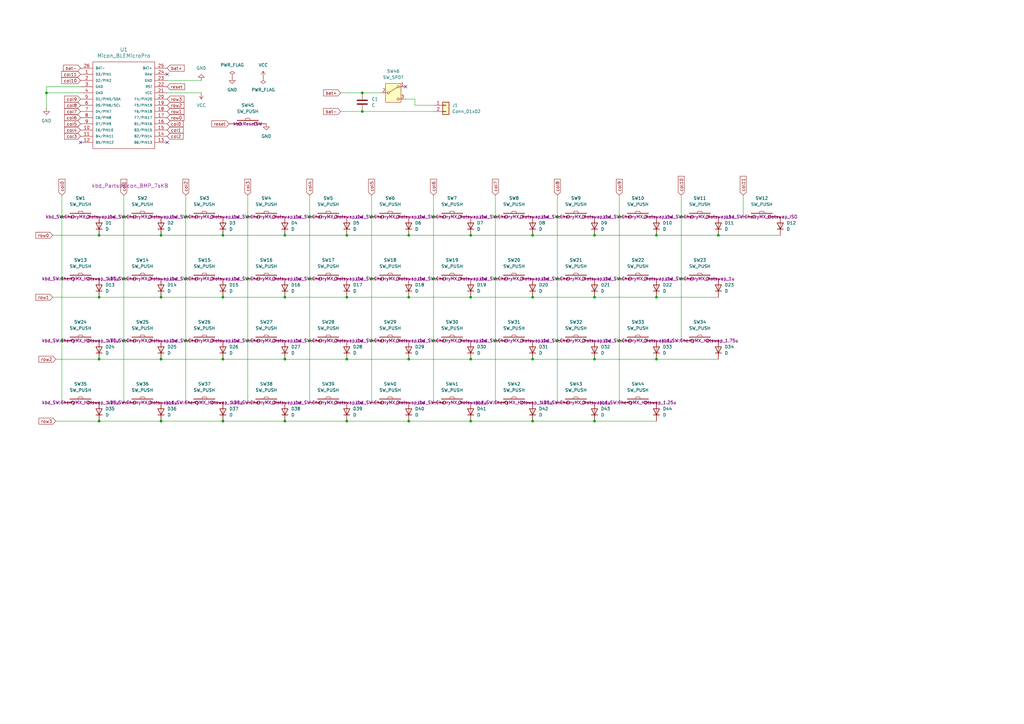
<source format=kicad_sch>
(kicad_sch (version 20231120) (generator "eeschema") (generator_version "8.0")
  (paper "A3")
  (lib_symbols
    (symbol "Connector_Generic:Conn_01x02" (pin_names (offset 1.016) hide)
      (property "Reference" "J" (at 0 2.54 0))
      (property "Value" "Conn_01x02" (at 0 -5.08 0))
      (symbol "Conn_01x02_1_1"
        (rectangle (start -1.27 -2.413) (end 0 -2.667) (stroke (width 0.1524)))
        (rectangle (start -1.27 0.127) (end 0 -0.127) (stroke (width 0.1524)))
        (rectangle (start -1.27 1.27) (end 1.27 -3.81) (stroke (width 0.254)) (fill (type background)))
        (pin passive line (at -5.08 0 0) (length 3.81) (name "Pin_1") (number "1"))
        (pin passive line (at -5.08 -2.54 0) (length 3.81) (name "Pin_2") (number "2"))
      )
    )
    (symbol "Device:C" (pin_numbers hide) (pin_names (offset 0.254))
      (property "Reference" "C" (at 0.635 2.54 0))
      (property "Value" "C" (at 0.635 -2.54 0))
      (symbol "C_0_1"
        (polyline (pts (xy -2.032 -0.762) (xy 2.032 -0.762)) (stroke (width 0.508)))
        (polyline (pts (xy -2.032 0.762) (xy 2.032 0.762)) (stroke (width 0.508)))
      )
      (symbol "C_1_1"
        (pin passive line (at 0 3.81 270) (length 2.794) (name "~") (number "1"))
        (pin passive line (at 0 -3.81 90) (length 2.794) (name "~") (number "2"))
      )
    )
    (symbol "Device:D" (pin_numbers hide) (pin_names (offset 1.016) hide)
      (property "Reference" "D" (at 0 2.54 0))
      (property "Value" "D" (at 0 -2.54 0))
      (symbol "D_0_1"
        (polyline (pts (xy -1.27 1.27) (xy -1.27 -1.27)) (stroke (width 0.254)))
        (polyline (pts (xy 1.27 0) (xy -1.27 0)))
        (polyline (pts (xy 1.27 1.27) (xy 1.27 -1.27) (xy -1.27 0) (xy 1.27 1.27)) (stroke (width 0.254)))
      )
      (symbol "D_1_1"
        (pin passive line (at -3.81 0 0) (length 2.54) (name "K") (number "1"))
        (pin passive line (at 3.81 0 180) (length 2.54) (name "A") (number "2"))
      )
    )
    (symbol "Salicylic_kbd:Micon_BLEMicroPro" (pin_names (offset 1.016))
      (property "Reference" "U" (at 0 26.67 0))
      (property "Value" "Micon_BLEMicroPro" (at 0 -13.97 0))
      (symbol "Micon_BLEMicroPro_0_1"
        (rectangle (start 12.7 24.13) (end -12.7 -11.43))
      )
      (symbol "Micon_BLEMicroPro_1_1"
        (pin bidirectional line (at -17.78 19.05 0) (length 5.08) (name "D3/PIN1") (number "1"))
        (pin bidirectional line (at -17.78 -3.81 0) (length 5.08) (name "E6/PIN10") (number "10"))
        (pin bidirectional line (at -17.78 -6.35 0) (length 5.08) (name "B4/PIN11") (number "11"))
        (pin bidirectional line (at -17.78 -8.89 0) (length 5.08) (name "B5/PIN12") (number "12"))
        (pin bidirectional line (at 17.78 -8.89 180) (length 5.08) (name "B6/PIN13") (number "13"))
        (pin bidirectional line (at 17.78 -6.35 180) (length 5.08) (name "B2/PIN14") (number "14"))
        (pin bidirectional line (at 17.78 -3.81 180) (length 5.08) (name "B3/PIN15") (number "15"))
        (pin bidirectional line (at 17.78 -1.27 180) (length 5.08) (name "B1/PIN16") (number "16"))
        (pin bidirectional line (at 17.78 1.27 180) (length 5.08) (name "F7/PIN17") (number "17"))
        (pin bidirectional line (at 17.78 3.81 180) (length 5.08) (name "F6/PIN18") (number "18"))
        (pin bidirectional line (at 17.78 6.35 180) (length 5.08) (name "F5/PIN19") (number "19"))
        (pin bidirectional line (at -17.78 16.51 0) (length 5.08) (name "D2/PIN2") (number "2"))
        (pin bidirectional line (at 17.78 8.89 180) (length 5.08) (name "F4/PIN20") (number "20"))
        (pin power_in line (at 17.78 11.43 180) (length 5.08) (name "VCC") (number "21"))
        (pin input line (at 17.78 13.97 180) (length 5.08) (name "RST") (number "22"))
        (pin power_in line (at 17.78 16.51 180) (length 5.08) (name "GND") (number "23"))
        (pin power_out line (at 17.78 19.05 180) (length 5.08) (name "RAW") (number "24"))
        (pin input line (at 17.78 21.59 180) (length 5.08) (name "BAT+") (number "25"))
        (pin input line (at -17.78 21.59 0) (length 5.08) (name "BAT-") (number "26"))
        (pin power_in line (at -17.78 13.97 0) (length 5.08) (name "GND") (number "3"))
        (pin power_in line (at -17.78 11.43 0) (length 5.08) (name "GND") (number "4"))
        (pin bidirectional line (at -17.78 8.89 0) (length 5.08) (name "D1/PIN5/SDA") (number "5"))
        (pin bidirectional line (at -17.78 6.35 0) (length 5.08) (name "D0/PIN6/SCL") (number "6"))
        (pin bidirectional line (at -17.78 3.81 0) (length 5.08) (name "D4/PIN7") (number "7"))
        (pin bidirectional line (at -17.78 1.27 0) (length 5.08) (name "C6/PIN8") (number "8"))
        (pin bidirectional line (at -17.78 -1.27 0) (length 5.08) (name "D7/PIN9") (number "9"))
      )
    )
    (symbol "Switch:SW_SPDT" (pin_names (offset 0) hide)
      (property "Reference" "SW" (at 0 5.08 0))
      (property "Value" "SW_SPDT" (at 0 -5.08 0))
      (symbol "SW_SPDT_0_1"
        (circle (center -2.032 0) (radius 0.4572))
        (polyline (pts (xy -1.651 0.254) (xy 1.651 2.286)))
        (circle (center 2.032 -2.54) (radius 0.4572))
        (circle (center 2.032 2.54) (radius 0.4572))
      )
      (symbol "SW_SPDT_1_1"
        (rectangle (start -3.175 3.81) (end 3.175 -3.81) (fill (type background)))
        (pin passive line (at 5.08 2.54 180) (length 2.54) (name "A") (number "1"))
        (pin passive line (at -5.08 0 0) (length 2.54) (name "B") (number "2"))
        (pin passive line (at 5.08 -2.54 180) (length 2.54) (name "C") (number "3"))
      )
    )
    (symbol "kbd:SW_PUSH" (pin_numbers hide) (pin_names (offset 1.016) hide)
      (property "Reference" "SW" (at 3.81 2.794 0))
      (property "Value" "SW_PUSH" (at 0 -2.032 0))
      (symbol "SW_PUSH_0_1"
        (rectangle (start -4.318 1.27) (end 4.318 1.524))
        (polyline (pts (xy -1.016 1.524) (xy -0.762 2.286) (xy 0.762 2.286) (xy 1.016 1.524)))
        (pin passive inverted (at -7.62 0 0) (length 5.08) (name "1") (number "1"))
        (pin passive inverted (at 7.62 0 180) (length 5.08) (name "2") (number "2"))
      )
    )
    (symbol "power:GND" (power) (pin_numbers hide) (pin_names (offset 0) hide)
      (property "Value" "GND" (at 0 -3.81 0))
      (symbol "GND_0_1"
        (polyline (pts (xy 0 0) (xy 0 -1.27) (xy 1.27 -1.27) (xy 0 -2.54) (xy -1.27 -1.27) (xy 0 -1.27)))
      )
      (symbol "GND_1_1"
        (pin power_in line (at 0 0 270) (length 0) (name "~") (number "1"))
      )
    )
    (symbol "power:PWR_FLAG" (power) (pin_numbers hide) (pin_names (offset 0) hide)
      (property "Value" "PWR_FLAG" (at 0 3.81 0))
      (symbol "PWR_FLAG_0_0"
        (pin power_out line (at 0 0 90) (length 0) (name "~") (number "1"))
      )
      (symbol "PWR_FLAG_0_1"
        (polyline (pts (xy 0 0) (xy 0 1.27) (xy -1.016 1.905) (xy 0 2.54) (xy 1.016 1.905) (xy 0 1.27)))
      )
    )
    (symbol "power:VCC" (power) (pin_numbers hide) (pin_names (offset 0) hide)
      (property "Value" "VCC" (at 0 3.556 0))
      (symbol "VCC_0_1"
        (polyline (pts (xy -0.762 1.27) (xy 0 2.54)))
        (polyline (pts (xy 0 0) (xy 0 2.54)))
        (polyline (pts (xy 0 2.54) (xy 0.762 1.27)))
      )
      (symbol "VCC_1_1"
        (pin power_in line (at 0 0 90) (length 0) (name "~") (number "1"))
      )
    )
  )
  (junction (at 218.44 147.32))
  (junction (at 177.8 139.7))
  (junction (at 254 139.7))
  (junction (at 127 88.9))
  (junction (at 40.64 121.92))
  (junction (at 177.8 114.3))
  (junction (at 193.04 147.32))
  (junction (at 76.2 88.9))
  (junction (at 279.4 114.3))
  (junction (at 218.44 96.52))
  (junction (at 152.4 88.9))
  (junction (at 19.05 38.1))
  (junction (at 228.6 139.7))
  (junction (at 243.84 96.52))
  (junction (at 294.64 96.52))
  (junction (at 50.8 139.7))
  (junction (at 167.64 96.52))
  (junction (at 66.04 96.52))
  (junction (at 66.04 172.72))
  (junction (at 167.64 172.72))
  (junction (at 243.84 147.32))
  (junction (at 91.44 172.72))
  (junction (at 228.6 114.3))
  (junction (at 152.4 139.7))
  (junction (at 116.84 121.92))
  (junction (at 218.44 121.92))
  (junction (at 142.24 121.92))
  (junction (at 254 88.9))
  (junction (at 142.24 147.32))
  (junction (at 167.64 147.32))
  (junction (at 40.64 147.32))
  (junction (at 101.6 88.9))
  (junction (at 279.4 88.9))
  (junction (at 218.44 172.72))
  (junction (at 243.84 121.92))
  (junction (at 127 114.3))
  (junction (at 25.4 88.9))
  (junction (at 116.84 96.52))
  (junction (at 40.64 172.72))
  (junction (at 25.4 114.3))
  (junction (at 228.6 88.9))
  (junction (at 243.84 172.72))
  (junction (at 148.59 45.72))
  (junction (at 269.24 96.52))
  (junction (at 193.04 121.92))
  (junction (at 101.6 139.7))
  (junction (at 91.44 96.52))
  (junction (at 254 114.3))
  (junction (at 142.24 96.52))
  (junction (at 148.59 38.1))
  (junction (at 25.4 139.7))
  (junction (at 193.04 172.72))
  (junction (at 66.04 121.92))
  (junction (at 193.04 96.52))
  (junction (at 269.24 121.92))
  (junction (at 116.84 147.32))
  (junction (at 127 139.7))
  (junction (at 50.8 114.3))
  (junction (at 177.8 88.9))
  (junction (at 152.4 114.3))
  (junction (at 116.84 172.72))
  (junction (at 76.2 139.7))
  (junction (at 203.2 88.9))
  (junction (at 76.2 114.3))
  (junction (at 91.44 121.92))
  (junction (at 142.24 172.72))
  (junction (at 269.24 147.32))
  (junction (at 50.8 88.9))
  (junction (at 203.2 139.7))
  (junction (at 91.44 147.32))
  (junction (at 167.64 121.92))
  (junction (at 203.2 114.3))
  (junction (at 101.6 114.3))
  (junction (at 40.64 96.52))
  (junction (at 66.04 147.32))
  (no_connect (at 68.58 58.42))
  (no_connect (at 166.37 35.56))
  (no_connect (at 68.58 30.48))
  (no_connect (at 33.02 58.42))
  (wire (pts (xy 228.6 88.9) (xy 228.6 114.3)))
  (wire (pts (xy 269.24 147.32) (xy 243.84 147.32)))
  (wire (pts (xy 218.44 147.32) (xy 193.04 147.32)))
  (wire (pts (xy 116.84 147.32) (xy 91.44 147.32)))
  (wire (pts (xy 203.2 139.7) (xy 203.2 165.1)))
  (wire (pts (xy 127 88.9) (xy 127 114.3)))
  (wire (pts (xy 66.04 121.92) (xy 91.44 121.92)))
  (wire (pts (xy 254 80.01) (xy 254 88.9)))
  (wire (pts (xy 40.64 172.72) (xy 66.04 172.72)))
  (wire (pts (xy 148.59 38.1) (xy 156.21 38.1)))
  (wire (pts (xy 19.05 35.56) (xy 19.05 38.1)))
  (wire (pts (xy 170.18 43.18) (xy 170.18 40.64)))
  (wire (pts (xy 142.24 121.92) (xy 167.64 121.92)))
  (wire (pts (xy 25.4 139.7) (xy 25.4 165.1)))
  (wire (pts (xy 40.64 121.92) (xy 66.04 121.92)))
  (wire (pts (xy 91.44 172.72) (xy 116.84 172.72)))
  (wire (pts (xy 228.6 80.01) (xy 228.6 88.9)))
  (wire (pts (xy 68.58 33.02) (xy 82.55 33.02)))
  (wire (pts (xy 116.84 96.52) (xy 142.24 96.52)))
  (wire (pts (xy 116.84 172.72) (xy 142.24 172.72)))
  (wire (pts (xy 243.84 121.92) (xy 269.24 121.92)))
  (wire (pts (xy 167.64 121.92) (xy 193.04 121.92)))
  (wire (pts (xy 279.4 80.01) (xy 279.4 88.9)))
  (wire (pts (xy 177.8 80.01) (xy 177.8 88.9)))
  (wire (pts (xy 76.2 80.01) (xy 76.2 88.9)))
  (wire (pts (xy 167.64 147.32) (xy 142.24 147.32)))
  (wire (pts (xy 91.44 147.32) (xy 66.04 147.32)))
  (wire (pts (xy 304.8 80.01) (xy 304.8 88.9)))
  (wire (pts (xy 50.8 139.7) (xy 50.8 165.1)))
  (wire (pts (xy 40.64 147.32) (xy 22.86 147.32)))
  (wire (pts (xy 40.64 96.52) (xy 66.04 96.52)))
  (wire (pts (xy 203.2 88.9) (xy 203.2 114.3)))
  (wire (pts (xy 203.2 114.3) (xy 203.2 139.7)))
  (wire (pts (xy 254 88.9) (xy 254 114.3)))
  (wire (pts (xy 228.6 114.3) (xy 228.6 139.7)))
  (wire (pts (xy 203.2 80.01) (xy 203.2 88.9)))
  (wire (pts (xy 91.44 121.92) (xy 116.84 121.92)))
  (wire (pts (xy 76.2 139.7) (xy 76.2 165.1)))
  (wire (pts (xy 19.05 38.1) (xy 19.05 44.45)))
  (wire (pts (xy 22.86 172.72) (xy 40.64 172.72)))
  (wire (pts (xy 66.04 172.72) (xy 91.44 172.72)))
  (wire (pts (xy 177.8 139.7) (xy 177.8 165.1)))
  (wire (pts (xy 25.4 80.01) (xy 25.4 88.9)))
  (wire (pts (xy 101.6 80.01) (xy 101.6 88.9)))
  (wire (pts (xy 101.6 139.7) (xy 101.6 165.1)))
  (wire (pts (xy 254 114.3) (xy 254 139.7)))
  (wire (pts (xy 76.2 88.9) (xy 76.2 114.3)))
  (wire (pts (xy 142.24 147.32) (xy 116.84 147.32)))
  (wire (pts (xy 139.7 45.72) (xy 148.59 45.72)))
  (wire (pts (xy 177.8 88.9) (xy 177.8 114.3)))
  (wire (pts (xy 152.4 114.3) (xy 152.4 139.7)))
  (wire (pts (xy 243.84 96.52) (xy 269.24 96.52)))
  (wire (pts (xy 91.44 96.52) (xy 116.84 96.52)))
  (wire (pts (xy 25.4 114.3) (xy 25.4 139.7)))
  (wire (pts (xy 68.58 38.1) (xy 82.55 38.1)))
  (wire (pts (xy 21.59 96.52) (xy 40.64 96.52)))
  (wire (pts (xy 116.84 121.92) (xy 142.24 121.92)))
  (wire (pts (xy 142.24 96.52) (xy 167.64 96.52)))
  (wire (pts (xy 218.44 96.52) (xy 243.84 96.52)))
  (wire (pts (xy 101.6 88.9) (xy 101.6 114.3)))
  (wire (pts (xy 142.24 172.72) (xy 167.64 172.72)))
  (wire (pts (xy 243.84 147.32) (xy 218.44 147.32)))
  (wire (pts (xy 279.4 114.3) (xy 279.4 139.7)))
  (wire (pts (xy 170.18 40.64) (xy 166.37 40.64)))
  (wire (pts (xy 218.44 121.92) (xy 243.84 121.92)))
  (wire (pts (xy 243.84 172.72) (xy 269.24 172.72)))
  (wire (pts (xy 193.04 121.92) (xy 218.44 121.92)))
  (wire (pts (xy 294.64 96.52) (xy 320.04 96.52)))
  (wire (pts (xy 127 114.3) (xy 127 139.7)))
  (wire (pts (xy 127 80.01) (xy 127 88.9)))
  (wire (pts (xy 25.4 88.9) (xy 25.4 114.3)))
  (wire (pts (xy 152.4 88.9) (xy 152.4 114.3)))
  (wire (pts (xy 139.7 38.1) (xy 148.59 38.1)))
  (wire (pts (xy 33.02 38.1) (xy 19.05 38.1)))
  (wire (pts (xy 21.59 121.92) (xy 40.64 121.92)))
  (wire (pts (xy 127 139.7) (xy 127 165.1)))
  (wire (pts (xy 66.04 147.32) (xy 40.64 147.32)))
  (wire (pts (xy 193.04 172.72) (xy 218.44 172.72)))
  (wire (pts (xy 269.24 96.52) (xy 294.64 96.52)))
  (wire (pts (xy 279.4 88.9) (xy 279.4 114.3)))
  (wire (pts (xy 228.6 139.7) (xy 228.6 165.1)))
  (wire (pts (xy 66.04 96.52) (xy 91.44 96.52)))
  (wire (pts (xy 193.04 96.52) (xy 218.44 96.52)))
  (wire (pts (xy 148.59 45.72) (xy 177.8 45.72)))
  (wire (pts (xy 193.04 147.32) (xy 167.64 147.32)))
  (wire (pts (xy 254 139.7) (xy 254 165.1)))
  (wire (pts (xy 50.8 80.01) (xy 50.8 88.9)))
  (wire (pts (xy 76.2 114.3) (xy 76.2 139.7)))
  (wire (pts (xy 170.18 43.18) (xy 177.8 43.18)))
  (wire (pts (xy 294.64 147.32) (xy 269.24 147.32)))
  (wire (pts (xy 152.4 80.01) (xy 152.4 88.9)))
  (wire (pts (xy 269.24 121.92) (xy 294.64 121.92)))
  (wire (pts (xy 50.8 88.9) (xy 50.8 114.3)))
  (wire (pts (xy 167.64 172.72) (xy 193.04 172.72)))
  (wire (pts (xy 33.02 35.56) (xy 19.05 35.56)))
  (wire (pts (xy 177.8 114.3) (xy 177.8 139.7)))
  (wire (pts (xy 101.6 114.3) (xy 101.6 139.7)))
  (wire (pts (xy 218.44 172.72) (xy 243.84 172.72)))
  (wire (pts (xy 167.64 96.52) (xy 193.04 96.52)))
  (wire (pts (xy 50.8 114.3) (xy 50.8 139.7)))
  (wire (pts (xy 152.4 139.7) (xy 152.4 165.1)))
  (global_label "col11" (shape input) (at 304.8 80.01 90) (property "Intersheetrefs" "${INTERSHEET_REFS}" (effects (hide yes))))
  (global_label "col1" (shape input) (at 50.8 80.01 90) (property "Intersheetrefs" "${INTERSHEET_REFS}" (effects (hide yes))))
  (global_label "col3" (shape input) (at 101.6 80.01 90) (property "Intersheetrefs" "${INTERSHEET_REFS}" (effects (hide yes))))
  (global_label "col5" (shape input) (at 33.02 50.8 180) (property "Intersheetrefs" "${INTERSHEET_REFS}" (effects (hide yes))))
  (global_label "col9" (shape input) (at 254 80.01 90) (property "Intersheetrefs" "${INTERSHEET_REFS}" (effects (hide yes))))
  (global_label "col0" (shape input) (at 68.58 50.8 0) (property "Intersheetrefs" "${INTERSHEET_REFS}" (effects (hide yes))))
  (global_label "col0" (shape input) (at 25.4 80.01 90) (property "Intersheetrefs" "${INTERSHEET_REFS}" (effects (hide yes))))
  (global_label "col4" (shape input) (at 127 80.01 90) (property "Intersheetrefs" "${INTERSHEET_REFS}" (effects (hide yes))))
  (global_label "row3" (shape input) (at 68.58 40.64 0) (property "Intersheetrefs" "${INTERSHEET_REFS}" (effects (hide yes))))
  (global_label "bat-" (shape input) (at 139.7 45.72 180) (property "Intersheetrefs" "${INTERSHEET_REFS}" (effects (hide yes))))
  (global_label "col10" (shape input) (at 279.4 80.01 90) (property "Intersheetrefs" "${INTERSHEET_REFS}" (effects (hide yes))))
  (global_label "reset" (shape input) (at 68.58 35.56 0) (property "Intersheetrefs" "${INTERSHEET_REFS}" (effects (hide yes))))
  (global_label "col8" (shape input) (at 228.6 80.01 90) (property "Intersheetrefs" "${INTERSHEET_REFS}" (effects (hide yes))))
  (global_label "bat+" (shape input) (at 68.58 27.94 0) (property "Intersheetrefs" "${INTERSHEET_REFS}" (effects (hide yes))))
  (global_label "row1" (shape input) (at 21.59 121.92 180) (property "Intersheetrefs" "${INTERSHEET_REFS}" (effects (hide yes))))
  (global_label "col5" (shape input) (at 152.4 80.01 90) (property "Intersheetrefs" "${INTERSHEET_REFS}" (effects (hide yes))))
  (global_label "row0" (shape input) (at 21.59 96.52 180) (property "Intersheetrefs" "${INTERSHEET_REFS}" (effects (hide yes))))
  (global_label "row3" (shape input) (at 22.86 172.72 180) (property "Intersheetrefs" "${INTERSHEET_REFS}" (effects (hide yes))))
  (global_label "row0" (shape input) (at 68.58 48.26 0) (property "Intersheetrefs" "${INTERSHEET_REFS}" (effects (hide yes))))
  (global_label "col9" (shape input) (at 33.02 40.64 180) (property "Intersheetrefs" "${INTERSHEET_REFS}" (effects (hide yes))))
  (global_label "bat-" (shape input) (at 33.02 27.94 180) (property "Intersheetrefs" "${INTERSHEET_REFS}" (effects (hide yes))))
  (global_label "col2" (shape input) (at 76.2 80.01 90) (property "Intersheetrefs" "${INTERSHEET_REFS}" (effects (hide yes))))
  (global_label "col11" (shape input) (at 33.02 30.48 180) (property "Intersheetrefs" "${INTERSHEET_REFS}" (effects (hide yes))))
  (global_label "row2" (shape input) (at 22.86 147.32 180) (property "Intersheetrefs" "${INTERSHEET_REFS}" (effects (hide yes))))
  (global_label "row2" (shape input) (at 68.58 43.18 0) (property "Intersheetrefs" "${INTERSHEET_REFS}" (effects (hide yes))))
  (global_label "col7" (shape input) (at 203.2 80.01 90) (property "Intersheetrefs" "${INTERSHEET_REFS}" (effects (hide yes))))
  (global_label "col8" (shape input) (at 33.02 43.18 180) (property "Intersheetrefs" "${INTERSHEET_REFS}" (effects (hide yes))))
  (global_label "col1" (shape input) (at 68.58 53.34 0) (property "Intersheetrefs" "${INTERSHEET_REFS}" (effects (hide yes))))
  (global_label "col7" (shape input) (at 33.02 45.72 180) (property "Intersheetrefs" "${INTERSHEET_REFS}" (effects (hide yes))))
  (global_label "col2" (shape input) (at 68.58 55.88 0) (property "Intersheetrefs" "${INTERSHEET_REFS}" (effects (hide yes))))
  (global_label "col6" (shape input) (at 33.02 48.26 180) (property "Intersheetrefs" "${INTERSHEET_REFS}" (effects (hide yes))))
  (global_label "col3" (shape input) (at 33.02 55.88 180) (property "Intersheetrefs" "${INTERSHEET_REFS}" (effects (hide yes))))
  (global_label "col4" (shape input) (at 33.02 53.34 180) (property "Intersheetrefs" "${INTERSHEET_REFS}" (effects (hide yes))))
  (global_label "bat+" (shape input) (at 139.7 38.1 180) (property "Intersheetrefs" "${INTERSHEET_REFS}" (effects (hide yes))))
  (global_label "reset" (shape input) (at 93.98 50.8 180) (property "Intersheetrefs" "${INTERSHEET_REFS}" (effects (hide yes))))
  (global_label "col6" (shape input) (at 177.8 80.01 90) (property "Intersheetrefs" "${INTERSHEET_REFS}" (effects (hide yes))))
  (global_label "row1" (shape input) (at 68.58 45.72 0) (property "Intersheetrefs" "${INTERSHEET_REFS}" (effects (hide yes))))
  (global_label "col10" (shape input) (at 33.02 33.02 180) (property "Intersheetrefs" "${INTERSHEET_REFS}" (effects (hide yes))))
  (symbol (lib_id "kbd:SW_PUSH") (at 58.42 114.3 0) (unit 1)
    (property "Reference" "SW14" (at 58.42 106.68 0))
    (property "Value" "SW_PUSH" (at 58.42 109.22 0))
    (property "Footprint" "kbd_SW:CherryMX_Hotswap_1u" (at 58.42 114.3 0))
  )
  (symbol (lib_id "Connector_Generic:Conn_01x02") (at 182.88 43.18 0) (unit 1)
    (property "Reference" "J1" (at 185.42 43.1799 0) (effects (justify left)))
    (property "Value" "Conn_01x02" (at 185.42 45.7199 0) (effects (justify left)))
    (property "Footprint" "kbd_Parts:Battery_BMP_2pin" (effects (hide yes)))
    (property "Description" "Generic connector, single row, 01x02, script generated (kicad-library-utils/schlib/autogen/connector/)" (effects (hide yes)))
  )
  (symbol (lib_id "kbd:SW_PUSH") (at 134.62 114.3 0) (unit 1)
    (property "Reference" "SW17" (at 134.62 106.68 0))
    (property "Value" "SW_PUSH" (at 134.62 109.22 0))
    (property "Footprint" "kbd_SW:CherryMX_Hotswap_1u" (at 134.62 114.3 0))
  )
  (symbol (lib_id "kbd:SW_PUSH") (at 83.82 139.7 0) (unit 1)
    (property "Reference" "SW26" (at 83.82 132.08 0))
    (property "Value" "SW_PUSH" (at 83.82 134.62 0))
    (property "Footprint" "kbd_SW:CherryMX_Hotswap_1u" (at 83.82 139.7 0))
  )
  (symbol (lib_id "power:GND") (at 19.05 44.45 0) (unit 1)
    (property "Reference" "#PWR02" (effects (hide yes)))
    (property "Value" "GND" (at 19.05 49.53 0))
    (property "Description" "Power symbol creates a global label with name \"GND\" , ground" (effects (hide yes)))
  )
  (symbol (lib_id "power:GND") (at 109.22 50.8 0) (unit 1)
    (property "Reference" "#PWR06" (effects (hide yes)))
    (property "Value" "GND" (at 109.22 55.88 0))
    (property "Description" "Power symbol creates a global label with name \"GND\" , ground" (effects (hide yes)))
  )
  (symbol (lib_id "kbd:SW_PUSH") (at 261.62 114.3 0) (unit 1)
    (property "Reference" "SW22" (at 261.62 106.68 0))
    (property "Value" "SW_PUSH" (at 261.62 109.22 0))
    (property "Footprint" "kbd_SW:CherryMX_Hotswap_1u" (at 261.62 114.3 0))
  )
  (symbol (lib_id "kbd:SW_PUSH") (at 210.82 88.9 0) (unit 1)
    (property "Reference" "SW8" (at 210.82 81.28 0))
    (property "Value" "SW_PUSH" (at 210.82 83.82 0))
    (property "Footprint" "kbd_SW:CherryMX_Hotswap_1u" (at 210.82 88.9 0))
  )
  (symbol (lib_id "kbd:SW_PUSH") (at 287.02 114.3 0) (unit 1)
    (property "Reference" "SW23" (at 287.02 106.68 0))
    (property "Value" "SW_PUSH" (at 287.02 109.22 0))
    (property "Footprint" "kbd_SW:CherryMX_Hotswap_1u" (at 287.02 114.3 0))
  )
  (symbol (lib_id "Device:C") (at 148.59 41.91 0) (unit 1)
    (property "Reference" "C1" (at 152.4 40.6399 0) (effects (justify left)))
    (property "Value" "C" (at 152.4 43.1799 0) (effects (justify left)))
    (property "Footprint" "kbd_Parts:Capacitor_1206" (effects (hide yes)))
    (property "Description" "Unpolarized capacitor" (effects (hide yes)))
  )
  (symbol (lib_id "kbd:SW_PUSH") (at 160.02 165.1 0) (unit 1)
    (property "Reference" "SW40" (at 160.02 157.48 0))
    (property "Value" "SW_PUSH" (at 160.02 160.02 0))
    (property "Footprint" "kbd_SW:CherryMX_Hotswap_1u" (at 160.02 165.1 0))
  )
  (symbol (lib_id "kbd:SW_PUSH") (at 160.02 88.9 0) (unit 1)
    (property "Reference" "SW6" (at 160.02 81.28 0))
    (property "Value" "SW_PUSH" (at 160.02 83.82 0))
    (property "Footprint" "kbd_SW:CherryMX_Hotswap_1u" (at 160.02 88.9 0))
  )
  (symbol (lib_id "kbd:SW_PUSH") (at 312.42 88.9 0) (unit 1)
    (property "Reference" "SW12" (at 312.42 81.28 0))
    (property "Value" "SW_PUSH" (at 312.42 83.82 0))
    (property "Footprint" "kbd_SW:CherryMX_Hotswap_ISO" (at 312.42 88.9 0))
  )
  (symbol (lib_id "kbd:SW_PUSH") (at 160.02 114.3 0) (unit 1)
    (property "Reference" "SW18" (at 160.02 106.68 0))
    (property "Value" "SW_PUSH" (at 160.02 109.22 0))
    (property "Footprint" "kbd_SW:CherryMX_Hotswap_1u" (at 160.02 114.3 0))
  )
  (symbol (lib_id "kbd:SW_PUSH") (at 109.22 165.1 0) (unit 1)
    (property "Reference" "SW38" (at 109.22 157.48 0))
    (property "Value" "SW_PUSH" (at 109.22 160.02 0))
    (property "Footprint" "kbd_SW:CherryMX_Hotswap_1u" (at 109.22 165.1 0))
  )
  (symbol (lib_id "Device:D") (at 218.44 92.71 90) (unit 1)
    (property "Reference" "D8" (at 220.98 91.4399 90) (effects (justify right)))
    (property "Value" "D" (at 220.98 93.9799 90) (effects (justify right)))
    (property "Footprint" "kbd_Parts:Diode_SMD" (effects (hide yes)))
    (property "Description" "Diode" (effects (hide yes)))
    (property "Sim.Device" "D" (effects (hide yes)))
    (property "Sim.Pins" "1=K 2=A" (effects (hide yes)))
  )
  (symbol (lib_id "Device:D") (at 269.24 168.91 90) (unit 1)
    (property "Reference" "D44" (at 271.78 167.6399 90) (effects (justify right)))
    (property "Value" "D" (at 271.78 170.1799 90) (effects (justify right)))
    (property "Footprint" "kbd_Parts:Diode_SMD" (effects (hide yes)))
    (property "Description" "Diode" (effects (hide yes)))
    (property "Sim.Device" "D" (effects (hide yes)))
    (property "Sim.Pins" "1=K 2=A" (effects (hide yes)))
  )
  (symbol (lib_id "Device:D") (at 218.44 168.91 90) (unit 1)
    (property "Reference" "D42" (at 220.98 167.6399 90) (effects (justify right)))
    (property "Value" "D" (at 220.98 170.1799 90) (effects (justify right)))
    (property "Footprint" "kbd_Parts:Diode_SMD" (effects (hide yes)))
    (property "Description" "Diode" (effects (hide yes)))
    (property "Sim.Device" "D" (effects (hide yes)))
    (property "Sim.Pins" "1=K 2=A" (effects (hide yes)))
  )
  (symbol (lib_id "kbd:SW_PUSH") (at 261.62 165.1 0) (unit 1)
    (property "Reference" "SW44" (at 261.62 157.48 0))
    (property "Value" "SW_PUSH" (at 261.62 160.02 0))
    (property "Footprint" "kbd_SW:CherryMX_Hotswap_1.25u" (at 261.62 165.1 0))
  )
  (symbol (lib_id "Device:D") (at 167.64 92.71 90) (unit 1)
    (property "Reference" "D6" (at 170.18 91.4399 90) (effects (justify right)))
    (property "Value" "D" (at 170.18 93.9799 90) (effects (justify right)))
    (property "Footprint" "kbd_Parts:Diode_SMD" (effects (hide yes)))
    (property "Description" "Diode" (effects (hide yes)))
    (property "Sim.Device" "D" (effects (hide yes)))
    (property "Sim.Pins" "1=K 2=A" (effects (hide yes)))
  )
  (symbol (lib_id "kbd:SW_PUSH") (at 83.82 165.1 0) (unit 1)
    (property "Reference" "SW37" (at 83.82 157.48 0))
    (property "Value" "SW_PUSH" (at 83.82 160.02 0))
    (property "Footprint" "kbd_SW:CherryMX_Hotswap_1.25u" (at 83.82 165.1 0))
  )
  (symbol (lib_id "Device:D") (at 294.64 92.71 90) (unit 1)
    (property "Reference" "D11" (at 297.18 91.4399 90) (effects (justify right)))
    (property "Value" "D" (at 297.18 93.9799 90) (effects (justify right)))
    (property "Footprint" "kbd_Parts:Diode_SMD" (effects (hide yes)))
    (property "Description" "Diode" (effects (hide yes)))
    (property "Sim.Device" "D" (effects (hide yes)))
    (property "Sim.Pins" "1=K 2=A" (effects (hide yes)))
  )
  (symbol (lib_id "Device:D") (at 269.24 92.71 90) (unit 1)
    (property "Reference" "D10" (at 271.78 91.4399 90) (effects (justify right)))
    (property "Value" "D" (at 271.78 93.9799 90) (effects (justify right)))
    (property "Footprint" "kbd_Parts:Diode_SMD" (effects (hide yes)))
    (property "Description" "Diode" (effects (hide yes)))
    (property "Sim.Device" "D" (effects (hide yes)))
    (property "Sim.Pins" "1=K 2=A" (effects (hide yes)))
  )
  (symbol (lib_id "Device:D") (at 116.84 143.51 90) (unit 1)
    (property "Reference" "D27" (at 119.38 142.2399 90) (effects (justify right)))
    (property "Value" "D" (at 119.38 144.7799 90) (effects (justify right)))
    (property "Footprint" "kbd_Parts:Diode_SMD" (effects (hide yes)))
    (property "Description" "Diode" (effects (hide yes)))
    (property "Sim.Device" "D" (effects (hide yes)))
    (property "Sim.Pins" "1=K 2=A" (effects (hide yes)))
  )
  (symbol (lib_id "kbd:SW_PUSH") (at 160.02 139.7 0) (unit 1)
    (property "Reference" "SW29" (at 160.02 132.08 0))
    (property "Value" "SW_PUSH" (at 160.02 134.62 0))
    (property "Footprint" "kbd_SW:CherryMX_Hotswap_1u" (at 160.02 139.7 0))
  )
  (symbol (lib_id "power:PWR_FLAG") (at 95.25 31.75 0) (unit 1)
    (property "Reference" "#FLG02" (effects (hide yes)))
    (property "Value" "PWR_FLAG" (at 95.25 26.67 0))
    (property "Description" "Special symbol for telling ERC where power comes from" (effects (hide yes)))
  )
  (symbol (lib_id "kbd:SW_PUSH") (at 261.62 88.9 0) (unit 1)
    (property "Reference" "SW10" (at 261.62 81.28 0))
    (property "Value" "SW_PUSH" (at 261.62 83.82 0))
    (property "Footprint" "kbd_SW:CherryMX_Hotswap_1u" (at 261.62 88.9 0))
  )
  (symbol (lib_id "power:GND") (at 82.55 33.02 180) (unit 1)
    (property "Reference" "#PWR03" (effects (hide yes)))
    (property "Value" "GND" (at 82.55 27.94 0))
    (property "Description" "Power symbol creates a global label with name \"GND\" , ground" (effects (hide yes)))
  )
  (symbol (lib_id "kbd:SW_PUSH") (at 83.82 114.3 0) (unit 1)
    (property "Reference" "SW15" (at 83.82 106.68 0))
    (property "Value" "SW_PUSH" (at 83.82 109.22 0))
    (property "Footprint" "kbd_SW:CherryMX_Hotswap_1u" (at 83.82 114.3 0))
  )
  (symbol (lib_id "Device:D") (at 40.64 92.71 90) (unit 1)
    (property "Reference" "D1" (at 43.18 91.4399 90) (effects (justify right)))
    (property "Value" "D" (at 43.18 93.9799 90) (effects (justify right)))
    (property "Footprint" "kbd_Parts:Diode_SMD" (effects (hide yes)))
    (property "Description" "Diode" (effects (hide yes)))
    (property "Sim.Device" "D" (effects (hide yes)))
    (property "Sim.Pins" "1=K 2=A" (effects (hide yes)))
  )
  (symbol (lib_id "Device:D") (at 116.84 168.91 90) (unit 1)
    (property "Reference" "D38" (at 119.38 167.6399 90) (effects (justify right)))
    (property "Value" "D" (at 119.38 170.1799 90) (effects (justify right)))
    (property "Footprint" "kbd_Parts:Diode_SMD" (effects (hide yes)))
    (property "Description" "Diode" (effects (hide yes)))
    (property "Sim.Device" "D" (effects (hide yes)))
    (property "Sim.Pins" "1=K 2=A" (effects (hide yes)))
  )
  (symbol (lib_id "kbd:SW_PUSH") (at 33.02 165.1 0) (unit 1)
    (property "Reference" "SW35" (at 33.02 157.48 0))
    (property "Value" "SW_PUSH" (at 33.02 160.02 0))
    (property "Footprint" "kbd_SW:CherryMX_Hotswap_1.25u" (at 33.02 165.1 0))
  )
  (symbol (lib_id "kbd:SW_PUSH") (at 185.42 165.1 0) (unit 1)
    (property "Reference" "SW41" (at 185.42 157.48 0))
    (property "Value" "SW_PUSH" (at 185.42 160.02 0))
    (property "Footprint" "kbd_SW:CherryMX_Hotswap_1u" (at 185.42 165.1 0))
  )
  (symbol (lib_id "Device:D") (at 40.64 168.91 90) (unit 1)
    (property "Reference" "D35" (at 43.18 167.6399 90) (effects (justify right)))
    (property "Value" "D" (at 43.18 170.1799 90) (effects (justify right)))
    (property "Footprint" "kbd_Parts:Diode_SMD" (effects (hide yes)))
    (property "Description" "Diode" (effects (hide yes)))
    (property "Sim.Device" "D" (effects (hide yes)))
    (property "Sim.Pins" "1=K 2=A" (effects (hide yes)))
  )
  (symbol (lib_id "kbd:SW_PUSH") (at 236.22 88.9 0) (unit 1)
    (property "Reference" "SW9" (at 236.22 81.28 0))
    (property "Value" "SW_PUSH" (at 236.22 83.82 0))
    (property "Footprint" "kbd_SW:CherryMX_Hotswap_1u" (at 236.22 88.9 0))
  )
  (symbol (lib_id "kbd:SW_PUSH") (at 101.6 50.8 0) (unit 1)
    (property "Reference" "SW45" (at 101.6 43.18 0))
    (property "Value" "SW_PUSH" (at 101.6 45.72 0))
    (property "Footprint" "kbd:ResetSW" (at 101.6 50.8 0))
  )
  (symbol (lib_id "Device:D") (at 66.04 92.71 90) (unit 1)
    (property "Reference" "D2" (at 68.58 91.4399 90) (effects (justify right)))
    (property "Value" "D" (at 68.58 93.9799 90) (effects (justify right)))
    (property "Footprint" "kbd_Parts:Diode_SMD" (effects (hide yes)))
    (property "Description" "Diode" (effects (hide yes)))
    (property "Sim.Device" "D" (effects (hide yes)))
    (property "Sim.Pins" "1=K 2=A" (effects (hide yes)))
  )
  (symbol (lib_id "Device:D") (at 91.44 118.11 90) (unit 1)
    (property "Reference" "D15" (at 93.98 116.8399 90) (effects (justify right)))
    (property "Value" "D" (at 93.98 119.3799 90) (effects (justify right)))
    (property "Footprint" "kbd_Parts:Diode_SMD" (effects (hide yes)))
    (property "Description" "Diode" (effects (hide yes)))
    (property "Sim.Device" "D" (effects (hide yes)))
    (property "Sim.Pins" "1=K 2=A" (effects (hide yes)))
  )
  (symbol (lib_id "kbd:SW_PUSH") (at 109.22 88.9 0) (unit 1)
    (property "Reference" "SW4" (at 109.22 81.28 0))
    (property "Value" "SW_PUSH" (at 109.22 83.82 0))
    (property "Footprint" "kbd_SW:CherryMX_Hotswap_1u" (at 109.22 88.9 0))
  )
  (symbol (lib_id "power:VCC") (at 107.95 31.75 0) (unit 1)
    (property "Reference" "#PWR05" (effects (hide yes)))
    (property "Value" "VCC" (at 107.95 26.67 0))
    (property "Description" "Power symbol creates a global label with name \"VCC\"" (effects (hide yes)))
  )
  (symbol (lib_id "Device:D") (at 218.44 118.11 90) (unit 1)
    (property "Reference" "D20" (at 220.98 116.8399 90) (effects (justify right)))
    (property "Value" "D" (at 220.98 119.3799 90) (effects (justify right)))
    (property "Footprint" "kbd_Parts:Diode_SMD" (effects (hide yes)))
    (property "Description" "Diode" (effects (hide yes)))
    (property "Sim.Device" "D" (effects (hide yes)))
    (property "Sim.Pins" "1=K 2=A" (effects (hide yes)))
  )
  (symbol (lib_id "kbd:SW_PUSH") (at 134.62 139.7 0) (unit 1)
    (property "Reference" "SW28" (at 134.62 132.08 0))
    (property "Value" "SW_PUSH" (at 134.62 134.62 0))
    (property "Footprint" "kbd_SW:CherryMX_Hotswap_1u" (at 134.62 139.7 0))
  )
  (symbol (lib_id "Device:D") (at 167.64 143.51 90) (unit 1)
    (property "Reference" "D29" (at 170.18 142.2399 90) (effects (justify right)))
    (property "Value" "D" (at 170.18 144.7799 90) (effects (justify right)))
    (property "Footprint" "kbd_Parts:Diode_SMD" (effects (hide yes)))
    (property "Description" "Diode" (effects (hide yes)))
    (property "Sim.Device" "D" (effects (hide yes)))
    (property "Sim.Pins" "1=K 2=A" (effects (hide yes)))
  )
  (symbol (lib_id "Device:D") (at 142.24 143.51 90) (unit 1)
    (property "Reference" "D28" (at 144.78 142.2399 90) (effects (justify right)))
    (property "Value" "D" (at 144.78 144.7799 90) (effects (justify right)))
    (property "Footprint" "kbd_Parts:Diode_SMD" (effects (hide yes)))
    (property "Description" "Diode" (effects (hide yes)))
    (property "Sim.Device" "D" (effects (hide yes)))
    (property "Sim.Pins" "1=K 2=A" (effects (hide yes)))
  )
  (symbol (lib_id "Device:D") (at 40.64 143.51 90) (unit 1)
    (property "Reference" "D24" (at 43.18 142.2399 90) (effects (justify right)))
    (property "Value" "D" (at 43.18 144.7799 90) (effects (justify right)))
    (property "Footprint" "kbd_Parts:Diode_SMD" (effects (hide yes)))
    (property "Description" "Diode" (effects (hide yes)))
    (property "Sim.Device" "D" (effects (hide yes)))
    (property "Sim.Pins" "1=K 2=A" (effects (hide yes)))
  )
  (symbol (lib_id "kbd:SW_PUSH") (at 287.02 88.9 0) (unit 1)
    (property "Reference" "SW11" (at 287.02 81.28 0))
    (property "Value" "SW_PUSH" (at 287.02 83.82 0))
    (property "Footprint" "kbd_SW:CherryMX_Hotswap_1u" (at 287.02 88.9 0))
  )
  (symbol (lib_id "kbd:SW_PUSH") (at 210.82 165.1 0) (unit 1)
    (property "Reference" "SW42" (at 210.82 157.48 0))
    (property "Value" "SW_PUSH" (at 210.82 160.02 0))
    (property "Footprint" "kbd_SW:CherryMX_Hotswap_1.25u" (at 210.82 165.1 0))
  )
  (symbol (lib_id "kbd:SW_PUSH") (at 33.02 88.9 0) (unit 1)
    (property "Reference" "SW1" (at 33.02 81.28 0))
    (property "Value" "SW_PUSH" (at 33.02 83.82 0))
    (property "Footprint" "kbd_SW:CherryMX_Hotswap_1u" (at 33.02 88.9 0))
  )
  (symbol (lib_id "kbd:SW_PUSH") (at 58.42 139.7 0) (unit 1)
    (property "Reference" "SW25" (at 58.42 132.08 0))
    (property "Value" "SW_PUSH" (at 58.42 134.62 0))
    (property "Footprint" "kbd_SW:CherryMX_Hotswap_1u" (at 58.42 139.7 0))
  )
  (symbol (lib_id "Device:D") (at 193.04 118.11 90) (unit 1)
    (property "Reference" "D19" (at 195.58 116.8399 90) (effects (justify right)))
    (property "Value" "D" (at 195.58 119.3799 90) (effects (justify right)))
    (property "Footprint" "kbd_Parts:Diode_SMD" (effects (hide yes)))
    (property "Description" "Diode" (effects (hide yes)))
    (property "Sim.Device" "D" (effects (hide yes)))
    (property "Sim.Pins" "1=K 2=A" (effects (hide yes)))
  )
  (symbol (lib_id "Device:D") (at 167.64 168.91 90) (unit 1)
    (property "Reference" "D40" (at 170.18 167.6399 90) (effects (justify right)))
    (property "Value" "D" (at 170.18 170.1799 90) (effects (justify right)))
    (property "Footprint" "kbd_Parts:Diode_SMD" (effects (hide yes)))
    (property "Description" "Diode" (effects (hide yes)))
    (property "Sim.Device" "D" (effects (hide yes)))
    (property "Sim.Pins" "1=K 2=A" (effects (hide yes)))
  )
  (symbol (lib_id "Device:D") (at 66.04 118.11 90) (unit 1)
    (property "Reference" "D14" (at 68.58 116.8399 90) (effects (justify right)))
    (property "Value" "D" (at 68.58 119.3799 90) (effects (justify right)))
    (property "Footprint" "kbd_Parts:Diode_SMD" (effects (hide yes)))
    (property "Description" "Diode" (effects (hide yes)))
    (property "Sim.Device" "D" (effects (hide yes)))
    (property "Sim.Pins" "1=K 2=A" (effects (hide yes)))
  )
  (symbol (lib_id "Device:D") (at 142.24 168.91 90) (unit 1)
    (property "Reference" "D39" (at 144.78 167.6399 90) (effects (justify right)))
    (property "Value" "D" (at 144.78 170.1799 90) (effects (justify right)))
    (property "Footprint" "kbd_Parts:Diode_SMD" (effects (hide yes)))
    (property "Description" "Diode" (effects (hide yes)))
    (property "Sim.Device" "D" (effects (hide yes)))
    (property "Sim.Pins" "1=K 2=A" (effects (hide yes)))
  )
  (symbol (lib_id "Switch:SW_SPDT") (at 161.29 38.1 0) (unit 1)
    (property "Reference" "SW46" (at 161.29 29.21 0))
    (property "Value" "SW_SPDT" (at 161.29 31.75 0))
    (property "Footprint" "askey:Slide Switch - SS-12D00-G5" (effects (hide yes)))
    (property "Description" "Switch, single pole double throw" (effects (hide yes)))
  )
  (symbol (lib_id "kbd:SW_PUSH") (at 185.42 139.7 0) (unit 1)
    (property "Reference" "SW30" (at 185.42 132.08 0))
    (property "Value" "SW_PUSH" (at 185.42 134.62 0))
    (property "Footprint" "kbd_SW:CherryMX_Hotswap_1u" (at 185.42 139.7 0))
  )
  (symbol (lib_id "Device:D") (at 91.44 168.91 90) (unit 1)
    (property "Reference" "D37" (at 93.98 167.6399 90) (effects (justify right)))
    (property "Value" "D" (at 93.98 170.1799 90) (effects (justify right)))
    (property "Footprint" "kbd_Parts:Diode_SMD" (effects (hide yes)))
    (property "Description" "Diode" (effects (hide yes)))
    (property "Sim.Device" "D" (effects (hide yes)))
    (property "Sim.Pins" "1=K 2=A" (effects (hide yes)))
  )
  (symbol (lib_id "Salicylic_kbd:Micon_BLEMicroPro") (at 50.8 49.53 0) (unit 1)
    (property "Reference" "U1" (at 50.8 20.32 0) (effects (font (size 1.524 1.524))))
    (property "Value" "Micon_BLEMicroPro" (at 50.8 22.86 0) (effects (font (size 1.524 1.524))))
    (property "Footprint" "kbd_Parts:Micon_BMP_7sKB" (at 53.34 76.2 0) (effects (font (size 1.524 1.524))))
  )
  (symbol (lib_id "Device:D") (at 91.44 143.51 90) (unit 1)
    (property "Reference" "D26" (at 93.98 142.2399 90) (effects (justify right)))
    (property "Value" "D" (at 93.98 144.7799 90) (effects (justify right)))
    (property "Footprint" "kbd_Parts:Diode_SMD" (effects (hide yes)))
    (property "Description" "Diode" (effects (hide yes)))
    (property "Sim.Device" "D" (effects (hide yes)))
    (property "Sim.Pins" "1=K 2=A" (effects (hide yes)))
  )
  (symbol (lib_id "kbd:SW_PUSH") (at 210.82 139.7 0) (unit 1)
    (property "Reference" "SW31" (at 210.82 132.08 0))
    (property "Value" "SW_PUSH" (at 210.82 134.62 0))
    (property "Footprint" "kbd_SW:CherryMX_Hotswap_1u" (at 210.82 139.7 0))
  )
  (symbol (lib_id "Device:D") (at 243.84 143.51 90) (unit 1)
    (property "Reference" "D32" (at 246.38 142.2399 90) (effects (justify right)))
    (property "Value" "D" (at 246.38 144.7799 90) (effects (justify right)))
    (property "Footprint" "kbd_Parts:Diode_SMD" (effects (hide yes)))
    (property "Description" "Diode" (effects (hide yes)))
    (property "Sim.Device" "D" (effects (hide yes)))
    (property "Sim.Pins" "1=K 2=A" (effects (hide yes)))
  )
  (symbol (lib_id "kbd:SW_PUSH") (at 185.42 114.3 0) (unit 1)
    (property "Reference" "SW19" (at 185.42 106.68 0))
    (property "Value" "SW_PUSH" (at 185.42 109.22 0))
    (property "Footprint" "kbd_SW:CherryMX_Hotswap_1u" (at 185.42 114.3 0))
  )
  (symbol (lib_id "Device:D") (at 193.04 92.71 90) (unit 1)
    (property "Reference" "D7" (at 195.58 91.4399 90) (effects (justify right)))
    (property "Value" "D" (at 195.58 93.9799 90) (effects (justify right)))
    (property "Footprint" "kbd_Parts:Diode_SMD" (effects (hide yes)))
    (property "Description" "Diode" (effects (hide yes)))
    (property "Sim.Device" "D" (effects (hide yes)))
    (property "Sim.Pins" "1=K 2=A" (effects (hide yes)))
  )
  (symbol (lib_id "Device:D") (at 218.44 143.51 90) (unit 1)
    (property "Reference" "D31" (at 220.98 142.2399 90) (effects (justify right)))
    (property "Value" "D" (at 220.98 144.7799 90) (effects (justify right)))
    (property "Footprint" "kbd_Parts:Diode_SMD" (effects (hide yes)))
    (property "Description" "Diode" (effects (hide yes)))
    (property "Sim.Device" "D" (effects (hide yes)))
    (property "Sim.Pins" "1=K 2=A" (effects (hide yes)))
  )
  (symbol (lib_id "Device:D") (at 116.84 92.71 90) (unit 1)
    (property "Reference" "D4" (at 119.38 91.4399 90) (effects (justify right)))
    (property "Value" "D" (at 119.38 93.9799 90) (effects (justify right)))
    (property "Footprint" "kbd_Parts:Diode_SMD" (effects (hide yes)))
    (property "Description" "Diode" (effects (hide yes)))
    (property "Sim.Device" "D" (effects (hide yes)))
    (property "Sim.Pins" "1=K 2=A" (effects (hide yes)))
  )
  (symbol (lib_id "Device:D") (at 193.04 143.51 90) (unit 1)
    (property "Reference" "D30" (at 195.58 142.2399 90) (effects (justify right)))
    (property "Value" "D" (at 195.58 144.7799 90) (effects (justify right)))
    (property "Footprint" "kbd_Parts:Diode_SMD" (effects (hide yes)))
    (property "Description" "Diode" (effects (hide yes)))
    (property "Sim.Device" "D" (effects (hide yes)))
    (property "Sim.Pins" "1=K 2=A" (effects (hide yes)))
  )
  (symbol (lib_id "Device:D") (at 243.84 168.91 90) (unit 1)
    (property "Reference" "D43" (at 246.38 167.6399 90) (effects (justify right)))
    (property "Value" "D" (at 246.38 170.1799 90) (effects (justify right)))
    (property "Footprint" "kbd_Parts:Diode_SMD" (effects (hide yes)))
    (property "Description" "Diode" (effects (hide yes)))
    (property "Sim.Device" "D" (effects (hide yes)))
    (property "Sim.Pins" "1=K 2=A" (effects (hide yes)))
  )
  (symbol (lib_id "power:GND") (at 95.25 31.75 0) (unit 1)
    (property "Reference" "#PWR04" (effects (hide yes)))
    (property "Value" "GND" (at 95.25 36.83 0))
    (property "Description" "Power symbol creates a global label with name \"GND\" , ground" (effects (hide yes)))
  )
  (symbol (lib_id "kbd:SW_PUSH") (at 236.22 139.7 0) (unit 1)
    (property "Reference" "SW32" (at 236.22 132.08 0))
    (property "Value" "SW_PUSH" (at 236.22 134.62 0))
    (property "Footprint" "kbd_SW:CherryMX_Hotswap_1u" (at 236.22 139.7 0))
  )
  (symbol (lib_id "Device:D") (at 91.44 92.71 90) (unit 1)
    (property "Reference" "D3" (at 93.98 91.4399 90) (effects (justify right)))
    (property "Value" "D" (at 93.98 93.9799 90) (effects (justify right)))
    (property "Footprint" "kbd_Parts:Diode_SMD" (effects (hide yes)))
    (property "Description" "Diode" (effects (hide yes)))
    (property "Sim.Device" "D" (effects (hide yes)))
    (property "Sim.Pins" "1=K 2=A" (effects (hide yes)))
  )
  (symbol (lib_id "kbd:SW_PUSH") (at 185.42 88.9 0) (unit 1)
    (property "Reference" "SW7" (at 185.42 81.28 0))
    (property "Value" "SW_PUSH" (at 185.42 83.82 0))
    (property "Footprint" "kbd_SW:CherryMX_Hotswap_1u" (at 185.42 88.9 0))
  )
  (symbol (lib_id "Device:D") (at 193.04 168.91 90) (unit 1)
    (property "Reference" "D41" (at 195.58 167.6399 90) (effects (justify right)))
    (property "Value" "D" (at 195.58 170.1799 90) (effects (justify right)))
    (property "Footprint" "kbd_Parts:Diode_SMD" (effects (hide yes)))
    (property "Description" "Diode" (effects (hide yes)))
    (property "Sim.Device" "D" (effects (hide yes)))
    (property "Sim.Pins" "1=K 2=A" (effects (hide yes)))
  )
  (symbol (lib_id "power:PWR_FLAG") (at 107.95 31.75 180) (unit 1)
    (property "Reference" "#FLG01" (effects (hide yes)))
    (property "Value" "PWR_FLAG" (at 107.95 36.83 0))
    (property "Description" "Special symbol for telling ERC where power comes from" (effects (hide yes)))
  )
  (symbol (lib_id "kbd:SW_PUSH") (at 236.22 165.1 0) (unit 1)
    (property "Reference" "SW43" (at 236.22 157.48 0))
    (property "Value" "SW_PUSH" (at 236.22 160.02 0))
    (property "Footprint" "kbd_SW:CherryMX_Hotswap_1u" (at 236.22 165.1 0))
  )
  (symbol (lib_id "kbd:SW_PUSH") (at 58.42 165.1 0) (unit 1)
    (property "Reference" "SW36" (at 58.42 157.48 0))
    (property "Value" "SW_PUSH" (at 58.42 160.02 0))
    (property "Footprint" "kbd_SW:CherryMX_Hotswap_1u" (at 58.42 165.1 0))
  )
  (symbol (lib_id "Device:D") (at 40.64 118.11 90) (unit 1)
    (property "Reference" "D13" (at 43.18 116.8399 90) (effects (justify right)))
    (property "Value" "D" (at 43.18 119.3799 90) (effects (justify right)))
    (property "Footprint" "kbd_Parts:Diode_SMD" (effects (hide yes)))
    (property "Description" "Diode" (effects (hide yes)))
    (property "Sim.Device" "D" (effects (hide yes)))
    (property "Sim.Pins" "1=K 2=A" (effects (hide yes)))
  )
  (symbol (lib_id "Device:D") (at 269.24 143.51 90) (unit 1)
    (property "Reference" "D33" (at 271.78 142.2399 90) (effects (justify right)))
    (property "Value" "D" (at 271.78 144.7799 90) (effects (justify right)))
    (property "Footprint" "kbd_Parts:Diode_SMD" (effects (hide yes)))
    (property "Description" "Diode" (effects (hide yes)))
    (property "Sim.Device" "D" (effects (hide yes)))
    (property "Sim.Pins" "1=K 2=A" (effects (hide yes)))
  )
  (symbol (lib_id "Device:D") (at 243.84 92.71 90) (unit 1)
    (property "Reference" "D9" (at 246.38 91.4399 90) (effects (justify right)))
    (property "Value" "D" (at 246.38 93.9799 90) (effects (justify right)))
    (property "Footprint" "kbd_Parts:Diode_SMD" (effects (hide yes)))
    (property "Description" "Diode" (effects (hide yes)))
    (property "Sim.Device" "D" (effects (hide yes)))
    (property "Sim.Pins" "1=K 2=A" (effects (hide yes)))
  )
  (symbol (lib_id "kbd:SW_PUSH") (at 261.62 139.7 0) (unit 1)
    (property "Reference" "SW33" (at 261.62 132.08 0))
    (property "Value" "SW_PUSH" (at 261.62 134.62 0))
    (property "Footprint" "kbd_SW:CherryMX_Hotswap_1u" (at 261.62 139.7 0))
  )
  (symbol (lib_id "kbd:SW_PUSH") (at 109.22 114.3 0) (unit 1)
    (property "Reference" "SW16" (at 109.22 106.68 0))
    (property "Value" "SW_PUSH" (at 109.22 109.22 0))
    (property "Footprint" "kbd_SW:CherryMX_Hotswap_1u" (at 109.22 114.3 0))
  )
  (symbol (lib_id "kbd:SW_PUSH") (at 134.62 165.1 0) (unit 1)
    (property "Reference" "SW39" (at 134.62 157.48 0))
    (property "Value" "SW_PUSH" (at 134.62 160.02 0))
    (property "Footprint" "kbd_SW:CherryMX_Hotswap_1u" (at 134.62 165.1 0))
  )
  (symbol (lib_id "kbd:SW_PUSH") (at 33.02 114.3 0) (unit 1)
    (property "Reference" "SW13" (at 33.02 106.68 0))
    (property "Value" "SW_PUSH" (at 33.02 109.22 0))
    (property "Footprint" "kbd_SW:CherryMX_Hotswap_1.25u" (at 33.02 114.3 0))
  )
  (symbol (lib_id "Device:D") (at 66.04 143.51 90) (unit 1)
    (property "Reference" "D25" (at 68.58 142.2399 90) (effects (justify right)))
    (property "Value" "D" (at 68.58 144.7799 90) (effects (justify right)))
    (property "Footprint" "kbd_Parts:Diode_SMD" (effects (hide yes)))
    (property "Description" "Diode" (effects (hide yes)))
    (property "Sim.Device" "D" (effects (hide yes)))
    (property "Sim.Pins" "1=K 2=A" (effects (hide yes)))
  )
  (symbol (lib_id "Device:D") (at 142.24 118.11 90) (unit 1)
    (property "Reference" "D17" (at 144.78 116.8399 90) (effects (justify right)))
    (property "Value" "D" (at 144.78 119.3799 90) (effects (justify right)))
    (property "Footprint" "kbd_Parts:Diode_SMD" (effects (hide yes)))
    (property "Description" "Diode" (effects (hide yes)))
    (property "Sim.Device" "D" (effects (hide yes)))
    (property "Sim.Pins" "1=K 2=A" (effects (hide yes)))
  )
  (symbol (lib_id "Device:D") (at 142.24 92.71 90) (unit 1)
    (property "Reference" "D5" (at 144.78 91.4399 90) (effects (justify right)))
    (property "Value" "D" (at 144.78 93.9799 90) (effects (justify right)))
    (property "Footprint" "kbd_Parts:Diode_SMD" (effects (hide yes)))
    (property "Description" "Diode" (effects (hide yes)))
    (property "Sim.Device" "D" (effects (hide yes)))
    (property "Sim.Pins" "1=K 2=A" (effects (hide yes)))
  )
  (symbol (lib_id "kbd:SW_PUSH") (at 134.62 88.9 0) (unit 1)
    (property "Reference" "SW5" (at 134.62 81.28 0))
    (property "Value" "SW_PUSH" (at 134.62 83.82 0))
    (property "Footprint" "kbd_SW:CherryMX_Hotswap_1u" (at 134.62 88.9 0))
  )
  (symbol (lib_id "kbd:SW_PUSH") (at 33.02 139.7 0) (unit 1)
    (property "Reference" "SW24" (at 33.02 132.08 0))
    (property "Value" "SW_PUSH" (at 33.02 134.62 0))
    (property "Footprint" "kbd_SW:CherryMX_Hotswap_1.75u" (at 33.02 139.7 0))
  )
  (symbol (lib_id "Device:D") (at 294.64 118.11 90) (unit 1)
    (property "Reference" "D23" (at 297.18 116.8399 90) (effects (justify right)))
    (property "Value" "D" (at 297.18 119.3799 90) (effects (justify right)))
    (property "Footprint" "kbd_Parts:Diode_SMD" (effects (hide yes)))
    (property "Description" "Diode" (effects (hide yes)))
    (property "Sim.Device" "D" (effects (hide yes)))
    (property "Sim.Pins" "1=K 2=A" (effects (hide yes)))
  )
  (symbol (lib_id "Device:D") (at 66.04 168.91 90) (unit 1)
    (property "Reference" "D36" (at 68.58 167.6399 90) (effects (justify right)))
    (property "Value" "D" (at 68.58 170.1799 90) (effects (justify right)))
    (property "Footprint" "kbd_Parts:Diode_SMD" (effects (hide yes)))
    (property "Description" "Diode" (effects (hide yes)))
    (property "Sim.Device" "D" (effects (hide yes)))
    (property "Sim.Pins" "1=K 2=A" (effects (hide yes)))
  )
  (symbol (lib_id "kbd:SW_PUSH") (at 236.22 114.3 0) (unit 1)
    (property "Reference" "SW21" (at 236.22 106.68 0))
    (property "Value" "SW_PUSH" (at 236.22 109.22 0))
    (property "Footprint" "kbd_SW:CherryMX_Hotswap_1u" (at 236.22 114.3 0))
  )
  (symbol (lib_id "Device:D") (at 294.64 143.51 90) (unit 1)
    (property "Reference" "D34" (at 297.18 142.2399 90) (effects (justify right)))
    (property "Value" "D" (at 297.18 144.7799 90) (effects (justify right)))
    (property "Footprint" "kbd_Parts:Diode_SMD" (effects (hide yes)))
    (property "Description" "Diode" (effects (hide yes)))
    (property "Sim.Device" "D" (effects (hide yes)))
    (property "Sim.Pins" "1=K 2=A" (effects (hide yes)))
  )
  (symbol (lib_id "Device:D") (at 167.64 118.11 90) (unit 1)
    (property "Reference" "D18" (at 170.18 116.8399 90) (effects (justify right)))
    (property "Value" "D" (at 170.18 119.3799 90) (effects (justify right)))
    (property "Footprint" "kbd_Parts:Diode_SMD" (effects (hide yes)))
    (property "Description" "Diode" (effects (hide yes)))
    (property "Sim.Device" "D" (effects (hide yes)))
    (property "Sim.Pins" "1=K 2=A" (effects (hide yes)))
  )
  (symbol (lib_id "kbd:SW_PUSH") (at 83.82 88.9 0) (unit 1)
    (property "Reference" "SW3" (at 83.82 81.28 0))
    (property "Value" "SW_PUSH" (at 83.82 83.82 0))
    (property "Footprint" "kbd_SW:CherryMX_Hotswap_1u" (at 83.82 88.9 0))
  )
  (symbol (lib_id "Device:D") (at 269.24 118.11 90) (unit 1)
    (property "Reference" "D22" (at 271.78 116.8399 90) (effects (justify right)))
    (property "Value" "D" (at 271.78 119.3799 90) (effects (justify right)))
    (property "Footprint" "kbd_Parts:Diode_SMD" (effects (hide yes)))
    (property "Description" "Diode" (effects (hide yes)))
    (property "Sim.Device" "D" (effects (hide yes)))
    (property "Sim.Pins" "1=K 2=A" (effects (hide yes)))
  )
  (symbol (lib_id "Device:D") (at 243.84 118.11 90) (unit 1)
    (property "Reference" "D21" (at 246.38 116.8399 90) (effects (justify right)))
    (property "Value" "D" (at 246.38 119.3799 90) (effects (justify right)))
    (property "Footprint" "kbd_Parts:Diode_SMD" (effects (hide yes)))
    (property "Description" "Diode" (effects (hide yes)))
    (property "Sim.Device" "D" (effects (hide yes)))
    (property "Sim.Pins" "1=K 2=A" (effects (hide yes)))
  )
  (symbol (lib_id "Device:D") (at 116.84 118.11 90) (unit 1)
    (property "Reference" "D16" (at 119.38 116.8399 90) (effects (justify right)))
    (property "Value" "D" (at 119.38 119.3799 90) (effects (justify right)))
    (property "Footprint" "kbd_Parts:Diode_SMD" (effects (hide yes)))
    (property "Description" "Diode" (effects (hide yes)))
    (property "Sim.Device" "D" (effects (hide yes)))
    (property "Sim.Pins" "1=K 2=A" (effects (hide yes)))
  )
  (symbol (lib_id "kbd:SW_PUSH") (at 109.22 139.7 0) (unit 1)
    (property "Reference" "SW27" (at 109.22 132.08 0))
    (property "Value" "SW_PUSH" (at 109.22 134.62 0))
    (property "Footprint" "kbd_SW:CherryMX_Hotswap_1u" (at 109.22 139.7 0))
  )
  (symbol (lib_id "kbd:SW_PUSH") (at 210.82 114.3 0) (unit 1)
    (property "Reference" "SW20" (at 210.82 106.68 0))
    (property "Value" "SW_PUSH" (at 210.82 109.22 0))
    (property "Footprint" "kbd_SW:CherryMX_Hotswap_1u" (at 210.82 114.3 0))
  )
  (symbol (lib_id "Device:D") (at 320.04 92.71 90) (unit 1)
    (property "Reference" "D12" (at 322.58 91.4399 90) (effects (justify right)))
    (property "Value" "D" (at 322.58 93.9799 90) (effects (justify right)))
    (property "Footprint" "kbd_Parts:Diode_SMD" (effects (hide yes)))
    (property "Description" "Diode" (effects (hide yes)))
    (property "Sim.Device" "D" (effects (hide yes)))
    (property "Sim.Pins" "1=K 2=A" (effects (hide yes)))
  )
  (symbol (lib_id "power:VCC") (at 82.55 38.1 180) (unit 1)
    (property "Reference" "#PWR01" (effects (hide yes)))
    (property "Value" "VCC" (at 82.55 43.18 0))
    (property "Description" "Power symbol creates a global label with name \"VCC\"" (effects (hide yes)))
  )
  (symbol (lib_id "kbd:SW_PUSH") (at 287.02 139.7 0) (unit 1)
    (property "Reference" "SW34" (at 287.02 132.08 0))
    (property "Value" "SW_PUSH" (at 287.02 134.62 0))
    (property "Footprint" "kbd_SW:CherryMX_Hotswap_1.75u" (at 287.02 139.7 0))
  )
  (symbol (lib_id "kbd:SW_PUSH") (at 58.42 88.9 0) (unit 1)
    (property "Reference" "SW2" (at 58.42 81.28 0))
    (property "Value" "SW_PUSH" (at 58.42 83.82 0))
    (property "Footprint" "kbd_SW:CherryMX_Hotswap_1u" (at 58.42 88.9 0))
  )
)
</source>
